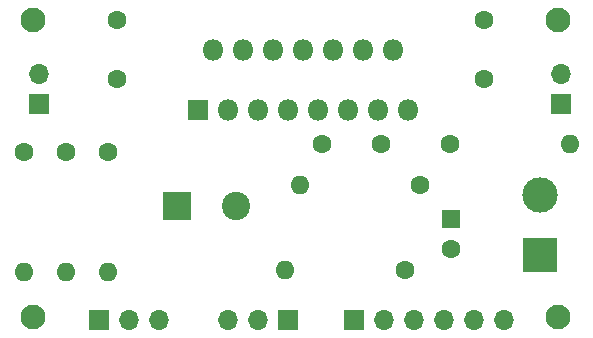
<source format=gbr>
%TF.GenerationSoftware,KiCad,Pcbnew,(5.1.9-0-10_14)*%
%TF.CreationDate,2021-01-04T15:57:10-08:00*%
%TF.ProjectId,PedalBoardStereoAmpTDA7297,50656461-6c42-46f6-9172-645374657265,rev?*%
%TF.SameCoordinates,Original*%
%TF.FileFunction,Soldermask,Bot*%
%TF.FilePolarity,Negative*%
%FSLAX46Y46*%
G04 Gerber Fmt 4.6, Leading zero omitted, Abs format (unit mm)*
G04 Created by KiCad (PCBNEW (5.1.9-0-10_14)) date 2021-01-04 15:57:10*
%MOMM*%
%LPD*%
G01*
G04 APERTURE LIST*
%ADD10C,1.600000*%
%ADD11C,3.000000*%
%ADD12R,3.000000X3.000000*%
%ADD13O,1.700000X1.700000*%
%ADD14R,1.700000X1.700000*%
%ADD15O,1.600000X1.600000*%
%ADD16C,2.100000*%
%ADD17C,2.400000*%
%ADD18R,2.400000X2.400000*%
%ADD19O,1.800000X1.800000*%
%ADD20R,1.800000X1.800000*%
%ADD21R,1.600000X1.600000*%
G04 APERTURE END LIST*
D10*
%TO.C,C2*%
X87964000Y-48641000D03*
X92964000Y-48641000D03*
%TD*%
D11*
%TO.C,J5*%
X106426000Y-52959000D03*
D12*
X106426000Y-58039000D03*
%TD*%
D13*
%TO.C,J2*%
X74168000Y-63500000D03*
X71628000Y-63500000D03*
D14*
X69088000Y-63500000D03*
%TD*%
D15*
%TO.C,R7*%
X84836000Y-59309000D03*
D10*
X94996000Y-59309000D03*
%TD*%
D15*
%TO.C,R6*%
X69850000Y-59436000D03*
D10*
X69850000Y-49276000D03*
%TD*%
D15*
%TO.C,R5*%
X62738000Y-59436000D03*
D10*
X62738000Y-49276000D03*
%TD*%
D15*
%TO.C,R4*%
X66294000Y-59436000D03*
D10*
X66294000Y-49276000D03*
%TD*%
D13*
%TO.C,J4*%
X80010000Y-63500000D03*
X82550000Y-63500000D03*
D14*
X85090000Y-63500000D03*
%TD*%
D13*
%TO.C,R3*%
X103378000Y-63500000D03*
X100838000Y-63500000D03*
X98298000Y-63500000D03*
X95758000Y-63500000D03*
X93218000Y-63500000D03*
D14*
X90678000Y-63500000D03*
%TD*%
D15*
%TO.C,R2*%
X108966000Y-48641000D03*
D10*
X98806000Y-48641000D03*
%TD*%
D15*
%TO.C,R1*%
X86106000Y-52070000D03*
D10*
X96266000Y-52070000D03*
%TD*%
D16*
%TO.C,H4*%
X107950000Y-63246000D03*
%TD*%
%TO.C,H3*%
X107950000Y-38100000D03*
%TD*%
%TO.C,H2*%
X63500000Y-63246000D03*
%TD*%
%TO.C,H1*%
X63500000Y-38100000D03*
%TD*%
D10*
%TO.C,C5*%
X101727000Y-43100000D03*
X101727000Y-38100000D03*
%TD*%
%TO.C,C4*%
X70612000Y-43100000D03*
X70612000Y-38100000D03*
%TD*%
D17*
%TO.C,C1*%
X80692000Y-53848000D03*
D18*
X75692000Y-53848000D03*
%TD*%
D19*
%TO.C,U1*%
X95250000Y-45720000D03*
X93980000Y-40640000D03*
X92710000Y-45720000D03*
X91440000Y-40640000D03*
X90170000Y-45720000D03*
X88900000Y-40640000D03*
X87630000Y-45720000D03*
X86360000Y-40640000D03*
X85090000Y-45720000D03*
X83820000Y-40640000D03*
X82550000Y-45720000D03*
X81280000Y-40640000D03*
X80010000Y-45720000D03*
X78740000Y-40640000D03*
D20*
X77470000Y-45720000D03*
%TD*%
D13*
%TO.C,J3*%
X108204000Y-42672000D03*
D14*
X108204000Y-45212000D03*
%TD*%
D13*
%TO.C,J1*%
X64008000Y-42672000D03*
D14*
X64008000Y-45212000D03*
%TD*%
D10*
%TO.C,C3*%
X98933000Y-57491000D03*
D21*
X98933000Y-54991000D03*
%TD*%
M02*

</source>
